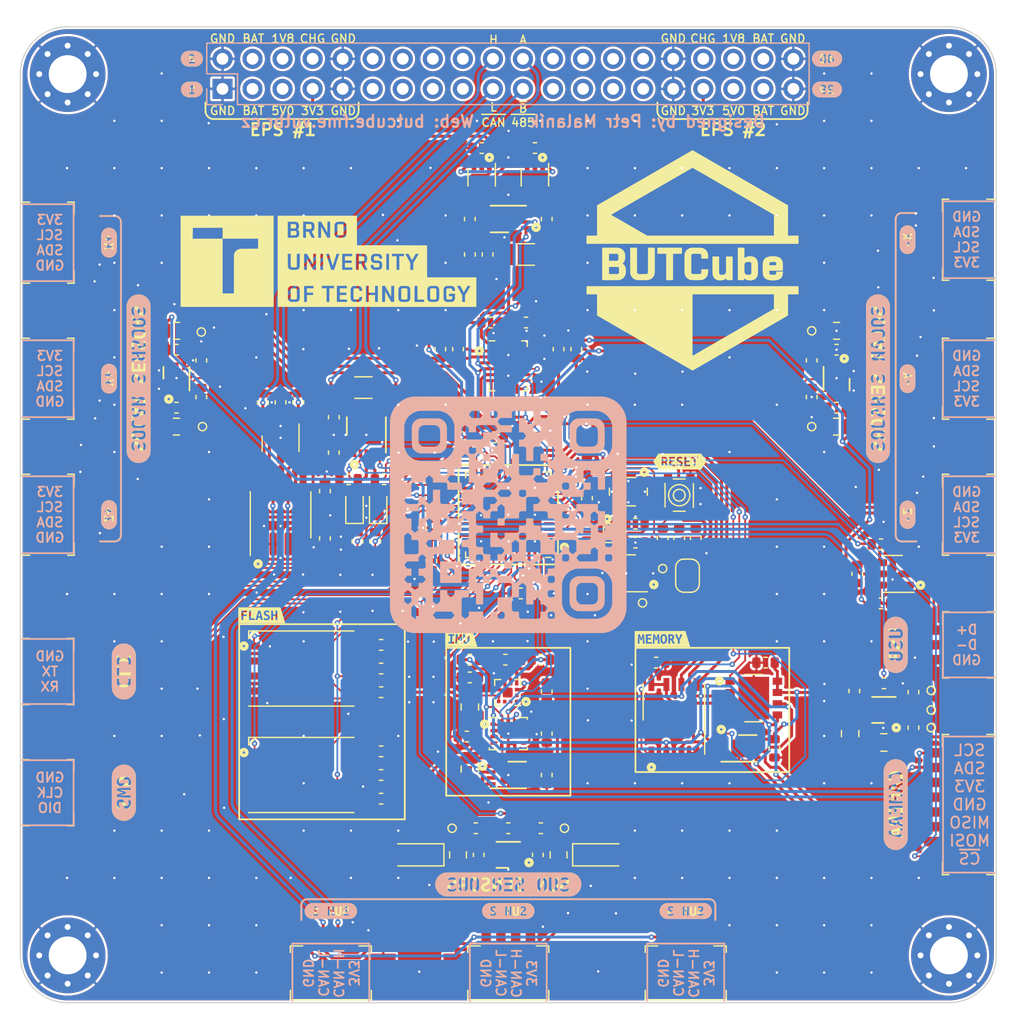
<source format=kicad_pcb>
(kicad_pcb (version 20211014) (generator pcbnew)

  (general
    (thickness 1)
  )

  (paper "A4")
  (title_block
    (title "BUTCube - Flight controller")
    (date "2022-05-26")
    (rev "v1.0")
    (comment 1 "Author: Petr Malaník")
  )

  (layers
    (0 "F.Cu" mixed)
    (31 "B.Cu" mixed)
    (36 "B.SilkS" user "B.Silkscreen")
    (37 "F.SilkS" user "F.Silkscreen")
    (38 "B.Mask" user)
    (39 "F.Mask" user)
    (40 "Dwgs.User" user "User.Drawings")
    (41 "Cmts.User" user "User.Comments")
    (42 "Eco1.User" user "User.Eco1")
    (43 "Eco2.User" user "User.Eco2")
    (44 "Edge.Cuts" user)
    (45 "Margin" user)
    (46 "B.CrtYd" user "B.Courtyard")
    (47 "F.CrtYd" user "F.Courtyard")
    (48 "B.Fab" user)
    (49 "F.Fab" user)
  )

  (setup
    (stackup
      (layer "F.SilkS" (type "Top Silk Screen") (color "White"))
      (layer "F.Paste" (type "Top Solder Paste"))
      (layer "F.Mask" (type "Top Solder Mask") (color "Blue") (thickness 0.01))
      (layer "F.Cu" (type "copper") (thickness 0.035))
      (layer "dielectric 1" (type "core") (thickness 0.91) (material "FR4") (epsilon_r 4.5) (loss_tangent 0.02))
      (layer "B.Cu" (type "copper") (thickness 0.035))
      (layer "B.Mask" (type "Bottom Solder Mask") (color "Blue") (thickness 0.01))
      (layer "B.Paste" (type "Bottom Solder Paste"))
      (layer "B.SilkS" (type "Bottom Silk Screen") (color "White"))
      (copper_finish "ENIG")
      (dielectric_constraints no)
    )
    (pad_to_mask_clearance 0)
    (pcbplotparams
      (layerselection 0x00010f0_ffffffff)
      (disableapertmacros false)
      (usegerberextensions true)
      (usegerberattributes true)
      (usegerberadvancedattributes true)
      (creategerberjobfile false)
      (svguseinch false)
      (svgprecision 6)
      (excludeedgelayer true)
      (plotframeref false)
      (viasonmask false)
      (mode 1)
      (useauxorigin false)
      (hpglpennumber 1)
      (hpglpenspeed 20)
      (hpglpendiameter 15.000000)
      (dxfpolygonmode true)
      (dxfimperialunits true)
      (dxfusepcbnewfont true)
      (psnegative false)
      (psa4output false)
      (plotreference true)
      (plotvalue true)
      (plotinvisibletext false)
      (sketchpadsonfab false)
      (subtractmaskfromsilk false)
      (outputformat 1)
      (mirror false)
      (drillshape 0)
      (scaleselection 1)
      (outputdirectory "gerbers")
    )
  )

  (net 0 "")
  (net 1 "Net-(C1-Pad1)")
  (net 2 "GND")
  (net 3 "+3V3")
  (net 4 "/MCU/VREF")
  (net 5 "/Camera/CAMERA_PWR")
  (net 6 "/External_sensors/SUN_PWR")
  (net 7 "Net-(C25-Pad1)")
  (net 8 "/Power/EPS#1_3V3")
  (net 9 "/Power/EPS#2_3V3")
  (net 10 "Net-(D1-Pad1)")
  (net 11 "Net-(D2-Pad1)")
  (net 12 "/External_sensors/CAN.L")
  (net 13 "Net-(J1-Pad2)")
  (net 14 "Net-(J1-Pad3)")
  (net 15 "/MCU/DBG_TX")
  (net 16 "/MCU/DBG_RX")
  (net 17 "/MCU/SWCLK")
  (net 18 "/MCU/SWDIO")
  (net 19 "/Camera/~{CS}")
  (net 20 "/Camera/SPI.MOSI")
  (net 21 "/Camera/SPI.MISO")
  (net 22 "/Camera/SPI.SCK")
  (net 23 "/Camera/I2C.SDA")
  (net 24 "/Camera/I2C.SCL")
  (net 25 "/External_sensors/MUX_1_PWR")
  (net 26 "Net-(J5-Pad2)")
  (net 27 "Net-(J5-Pad3)")
  (net 28 "/External_sensors/MUX_2_PWR")
  (net 29 "Net-(J10-Pad2)")
  (net 30 "Net-(J10-Pad3)")
  (net 31 "/External_sensors/CAN.H")
  (net 32 "unconnected-(J14-Pad3)")
  (net 33 "unconnected-(J14-Pad4)")
  (net 34 "unconnected-(J14-Pad5)")
  (net 35 "unconnected-(J14-Pad6)")
  (net 36 "unconnected-(J14-Pad8)")
  (net 37 "unconnected-(J14-Pad11)")
  (net 38 "unconnected-(J14-Pad12)")
  (net 39 "unconnected-(J14-Pad13)")
  (net 40 "unconnected-(J14-Pad14)")
  (net 41 "unconnected-(J14-Pad15)")
  (net 42 "unconnected-(J14-Pad16)")
  (net 43 "unconnected-(J14-Pad17)")
  (net 44 "unconnected-(J14-Pad18)")
  (net 45 "/MCU/RS_485.~{B}")
  (net 46 "/MCU/RS_485.A")
  (net 47 "unconnected-(J14-Pad23)")
  (net 48 "unconnected-(J14-Pad24)")
  (net 49 "unconnected-(J14-Pad25)")
  (net 50 "unconnected-(J14-Pad26)")
  (net 51 "unconnected-(J14-Pad27)")
  (net 52 "unconnected-(J14-Pad28)")
  (net 53 "unconnected-(J14-Pad29)")
  (net 54 "unconnected-(J14-Pad30)")
  (net 55 "unconnected-(J14-Pad34)")
  (net 56 "unconnected-(J14-Pad35)")
  (net 57 "unconnected-(J14-Pad36)")
  (net 58 "unconnected-(J14-Pad37)")
  (net 59 "unconnected-(J14-Pad38)")
  (net 60 "Net-(JP1-Pad1)")
  (net 61 "/MCU/NRST")
  (net 62 "/External_sensors/MUX_1_EN")
  (net 63 "Net-(NT1-Pad2)")
  (net 64 "/External_sensors/SUN_SENSOR_EN")
  (net 65 "/MCU/POWER_STATUS")
  (net 66 "Net-(NT4-Pad1)")
  (net 67 "Net-(R3-Pad1)")
  (net 68 "/MCU/USB_D-")
  (net 69 "Net-(R4-Pad1)")
  (net 70 "/MCU/USB_D+")
  (net 71 "Net-(R5-Pad1)")
  (net 72 "/MCU/VBAT")
  (net 73 "/MCU/VDDUSB")
  (net 74 "/MCU/LED1")
  (net 75 "/MCU/LED2")
  (net 76 "/MCU/CAN_RS")
  (net 77 "/MCU/RS_485_R_EN")
  (net 78 "/MCU/RS_485_T_EN")
  (net 79 "/Camera/ENABLE")
  (net 80 "Net-(R17-Pad1)")
  (net 81 "/External_sensors/~{FAULT}")
  (net 82 "Net-(R19-Pad1)")
  (net 83 "Net-(R24-Pad1)")
  (net 84 "Net-(R26-Pad1)")
  (net 85 "Net-(R27-Pad2)")
  (net 86 "Net-(R29-Pad2)")
  (net 87 "Net-(R30-Pad1)")
  (net 88 "Net-(R31-Pad1)")
  (net 89 "Net-(R32-Pad1)")
  (net 90 "Net-(R33-Pad1)")
  (net 91 "Net-(R34-Pad1)")
  (net 92 "Net-(TP4-Pad1)")
  (net 93 "Net-(TP8-Pad1)")
  (net 94 "Net-(TP10-Pad1)")
  (net 95 "Net-(TP11-Pad1)")
  (net 96 "unconnected-(U1-Pad3)")
  (net 97 "/MCU/WDG_RESET")
  (net 98 "/MCU/LSE")
  (net 99 "/External_sensors/MUX_2_EN")
  (net 100 "/MCU/HSE")
  (net 101 "/MCU/EEPROM_~{CS}")
  (net 102 "/MCU/MRAM_~{CS}")
  (net 103 "/MCU/FRAM_~{CS}")
  (net 104 "/IMU/GYRO&ACC_~{CS}")
  (net 105 "/IMU/MAGNETO_~{CS}")
  (net 106 "/MCU/RS_485_R")
  (net 107 "/MCU/RS_485_T")
  (net 108 "/MCU/CAN_RX")
  (net 109 "/MCU/CAN_TX")
  (net 110 "/Flash/SPI_MEM.SCK")
  (net 111 "/Flash/SPI_MEM.MISO")
  (net 112 "/Flash/SPI_MEM.MOSI")
  (net 113 "/Flash/BANK_1_~{CS}")
  (net 114 "/Flash/BANK_2_~{CS}")
  (net 115 "unconnected-(U5-Pad7)")
  (net 116 "unconnected-(U8-Pad11)")
  (net 117 "unconnected-(U8-Pad12)")
  (net 118 "unconnected-(U8-Pad15)")
  (net 119 "unconnected-(U8-Pad16)")
  (net 120 "unconnected-(U10-Pad3)")
  (net 121 "unconnected-(U12-Pad3)")
  (net 122 "unconnected-(U13-Pad2)")
  (net 123 "unconnected-(U13-Pad3)")
  (net 124 "unconnected-(U13-Pad4)")
  (net 125 "unconnected-(U13-Pad9)")
  (net 126 "unconnected-(U13-Pad10)")
  (net 127 "unconnected-(U13-Pad11)")
  (net 128 "unconnected-(U14-Pad2)")
  (net 129 "unconnected-(U14-Pad7)")
  (net 130 "unconnected-(U14-Pad11)")
  (net 131 "unconnected-(U14-Pad12)")
  (net 132 "unconnected-(X1-Pad1)")
  (net 133 "Net-(R25-Pad2)")
  (net 134 "unconnected-(U18-Pad4)")
  (net 135 "unconnected-(U19-Pad4)")

  (footprint "TCY_passives:R_0603_1608Metric" (layer "F.Cu") (at 178.5 111.5 180))

  (footprint "LOGO" (layer "F.Cu") (at 131.55 75.825))

  (footprint "kibuzzard-6298BF88" (layer "F.Cu") (at 125.91 105.75))

  (footprint "Resistor_SMD:R_1206_3216Metric" (layer "F.Cu") (at 134.5 86.5 180))

  (footprint "Package_TO_SOT_SMD:SOT-363_SC-70-6" (layer "F.Cu") (at 149 68.75 -90))

  (footprint "LED_SMD:LED_0603_1608Metric" (layer "F.Cu") (at 133.75 96.5 90))

  (footprint "TCY_passives:R_0603_1608Metric" (layer "F.Cu") (at 136 121.25))

  (footprint "TCY_passives:R_0603_1608Metric" (layer "F.Cu") (at 144 123.75 180))

  (footprint "TCY_connectors:TestPoint_Pad_D0.5mm" (layer "F.Cu") (at 159.8 101.8))

  (footprint "Capacitor_SMD:C_0805_2012Metric" (layer "F.Cu") (at 143.5 113.5 -90))

  (footprint "TCY_passives:C_0603_1608Metric" (layer "F.Cu") (at 136 108.25))

  (footprint "TCY_passives:R_0603_1608Metric" (layer "F.Cu") (at 133.25 94.25 180))

  (footprint "kibuzzard-62AAE219" (layer "F.Cu") (at 120 58.7))

  (footprint "TCY_passives:R_0603_1608Metric" (layer "F.Cu") (at 126 87.775 90))

  (footprint "TCY_passives:R_0603_1608Metric" (layer "F.Cu") (at 146.75 123.75 180))

  (footprint "TCY_connectors:Amphenol_10114830-11104LF_1x04_P1.25mm_Horizontal" (layer "F.Cu") (at 107.75 74.25 -90))

  (footprint "TCY_connectors:TestPoint_Pad_D0.5mm" (layer "F.Cu") (at 182.5 112.1))

  (footprint "Package_DFN_QFN:DFN-6-1EP_2x2mm_P0.65mm_EP1x1.6mm" (layer "F.Cu") (at 118.7 85.75 90))

  (footprint "TCY_passives:C_0603_1608Metric" (layer "F.Cu") (at 148.25 81 180))

  (footprint "TCY_passives:C_0603_1608Metric" (layer "F.Cu") (at 140.25 101.15 -90))

  (footprint "Package_TO_SOT_SMD:SOT-363_SC-70-6" (layer "F.Cu") (at 144.5 68.75 -90))

  (footprint "TCY_connectors:TestPoint_Pad_D0.5mm" (layer "F.Cu") (at 172.4 81.7))

  (footprint "Package_DFN_QFN:DFN-8-1EP_3x2mm_P0.5mm_EP1.3x1.5mm" (layer "F.Cu") (at 146.75 119.25))

  (footprint "TCY_passives:C_0603_1608Metric" (layer "F.Cu") (at 149.25 126 90))

  (footprint "TCY_connectors:Amphenol_10114830-11104LF_1x04_P1.25mm_Horizontal" (layer "F.Cu") (at 146.75 136))

  (footprint "TCY_passives:C_0603_1608Metric" (layer "F.Cu") (at 169.25 117 -90))

  (footprint "TCY_passives:R_0603_1608Metric" (layer "F.Cu") (at 143.5 72.25 90))

  (footprint "TCY_passives:C_0603_1608Metric" (layer "F.Cu") (at 150 115.75 -90))

  (footprint "TCY_connectors:Amphenol_10114830-11103LF_1x03_P1.25mm_Horizontal" (layer "F.Cu") (at 110.03 120.75 -90))

  (footprint "TCY_passives:R_0603_1608Metric" (layer "F.Cu") (at 120.8 84.2 90))

  (footprint "TCY_passives:C_0603_1608Metric" (layer "F.Cu") (at 132 92 90))

  (footprint "TCY_passives:R_0603_1608Metric" (layer "F.Cu") (at 134 99.5 -90))

  (footprint "TCY_passives:R_0603_1608Metric" (layer "F.Cu") (at 178.25 99.75 180))

  (footprint "LOGO" (layer "F.Cu")
    (tedit 0) (tstamp 2883e41b-2922-4677-b0d6-085b411a1f3f)
    (at 162.325 75.75)
    (attr board_only exclude_from_pos_files exclude_from_bom)
    (fp_text reference "G***" (at 0 0) (layer "F.SilkS") hide
      (effects (font (size 1.524 1.524) (thickness 0.3)))
      (tstamp 6f8af25d-7e3d-46bd-a141-8f7c34b16419)
    )
    (fp_text value "LOGO" (at 0.75 0) (layer "F.SilkS") hide
      (effects (font (size 1.524 1.524) (thickness 0.3)))
      (tstamp ccd7cf9b-3441-4c32-849c-f734fd2aa04f)
    )
    (fp_poly (pts
        (xy -0.896827 -1.078522)
        (xy -0.895623 -0.818791)
        (xy -0.894419 -0.559061)
        (xy -1.644552 -0.559061)
        (xy -1.6469 1.670195)
        (xy -1.936913 1.671394)
        (xy -2.226926 1.672594)
        (xy -2.226926 -0.559061)
        (xy -2.976999 -0.559061)
        (xy -2.976999 -1.080872)
      ) (layer "F.SilkS") (width 0) (fill solid) (tstamp 14eadd09-5f92-4b47-b16a-cca2ea322676))
    (fp_poly (pts
        (xy -6.69942 -1.080163)
        (xy -6.634032 -1.079993)
        (xy -6.57552 -1.079705)
        (xy -6.523399 -1.079287)
        (xy -6.477179 -1.078729)
        (xy -6.436372 -1.07802)
        (xy -6.400491 -1.077149)
        (xy -6.369047 -1.076106)
        (xy -6.341552 -1.07488)
        (xy -6.317519 -1.07346)
        (xy -6.296459 -1.071835)
        (xy -6.277885 -1.069994)
        (xy -6.261308 -1.067928)
        (xy -6.246241 -1.065624)
        (xy -6.232195 -1.063073)
        (xy -6.226541 -1.061937)
        (xy -6.148163 -1.0414)
        (xy -6.074674 -1.013205)
        (xy -6.006389 -0.977547)
        (xy -5.943623 -0.934618)
        (xy -5.886692 -0.884614)
        (xy -5.835911 -0.827727)
        (xy -5.826908 -0.816056)
        (xy -5.78676 -0.756212)
        (xy -5.753548 -0.692187)
        (xy -5.726798 -0.622904)
        (xy -5.706034 -0.547287)
        (xy -5.703601 -0.53624)
        (xy -5.700276 -0.520454)
        (xy -5.697595 -0.506552)
        (xy -5.695488 -0.493297)
        (xy -5.693883 -0.479451)
        (xy -5.692713 -0.463777)
        (xy -5.691905 -0.445037)
        (xy -5.691391 -0.421994)
        (xy -5.691099 -0.39341)
        (xy -5.69096 -0.358049)
        (xy -5.690904 -0.314673)
        (xy -5.690902 -0.312142)
        (xy -5.690934 -0.265937)
        (xy -5.691138 -0.227891)
        (xy -5.691558 -0.196848)
        (xy -5.692239 -0.171651)
        (xy -5.693225 -0.151144)
        (xy -5.69456 -0.134169)
        (xy -5.69629 -0.11957)
        (xy -5.698458 -0.106189)
        (xy -5.698905 -0.103782)
        (xy -5.717657 -0.027406)
        (xy -5.744001 0.043584)
        (xy -5.777969 0.109251)
        (xy -5.819594 0.169654)
        (xy -5.868908 0.224855)
        (xy -5.874346 0.230171)
        (xy -5.889113 0.244967)
        (xy -5.90055 0.257467)
        (xy -5.90746 0.26629)
        (xy -5.908783 0.269976)
        (xy -5.903647 0.273913)
        (xy -5.892888 0.282048)
        (xy -5.878342 0.292995)
        (xy -5.86912 0.299917)
        (xy -5.816511 0.344992)
        (xy -5.769056 0.397032)
        (xy -5.72774 0.454666)
        (xy -5.693547 0.516527)
        (xy -5.668047 0.579487)
        (xy -5.659777 0.605026)
        (xy -5.653036 0.628187)
        (xy -5.64765 0.650379)
        (xy -5.643444 0.673014)
        (xy -5.640246 0.697503)
        (xy -5.637879 0.725258)
        (xy -5.636171 0.757689)
        (xy -5.634948 0.796207)
        (xy -5.634035 0.842224)
        (xy -5.633805 0.85711)
        (xy -5.633203 0.916343)
        (xy -5.633293 0.966463)
        (xy -5.634076 1.007652)
        (xy -5.635557 1.04009)
        (xy -5.637192 1.059381)
        (xy -5.650377 1.140351)
        (xy -5.671466 1.217247)
        (xy -5.700207 1.289642)
        (xy -5.736351 1.357106)
        (xy -5.779647 1.41921)
        (xy -5.829845 1.475525)
        (xy -5.886696 1.525622)
        (xy -5.92532 1.553469)
        (xy -5.989056 1.591051)
        (xy -6.056279 1.621073)
        (xy -6.127792 1.643794)
        (xy -6.204398 1.659473)
        (xy -6.27973 1.667879)
        (xy -6.292808 1.668478)
        (xy -6.314699 1.669049)
        (xy -6.344899 1.669588)
        (xy -6.382902 1.670091)
        (xy -6.428203 1.670556)
        (xy -6.480299 1.670978)
        (xy -6.538684 1.671355)
        (xy -6.602854 1.671684)
        (xy -6.672304 1.67196)
        (xy -6.746529 1.672182)
        (xy -6.825024 1.672345)
        (xy -6.907286 1.672447)
        (xy -6.989572 1.672483)
        (xy -7.083494 1.672474)
        (xy -7.168487 1.672431)
        (xy -7.244939 1.67235)
        (xy -7.313238 1.67223)
        (xy -7.373772 1.672065)
        (xy -7.426931 1.671853)
        (xy -7.473101 1.67159)
        (xy -7.512672 1.671272)
        (xy -7.546031 1.670897)
        (xy -7.573567 1.67046)
        (xy -7.595668 1.669959)
        (xy -7.612723 1.669389)
        (xy -7.625119 1.668748)
        (xy -7.633246 1.668031)
        (xy -7.637491 1.667236)
        (xy -7.638344 1.6667)
        (xy -7.638521 1.66162)
        (xy -7.638687 1.647588)
        (xy -7.638841 1.624969)
        (xy -7.638982 1.594131)
        (xy -7.639111 1.555438)
        (xy -7.639227 1.509257)
        (xy -7.63933 1.455953)
        (xy -7.63942 1.395892)
        (xy -7.639496 1.32944)
        (xy -7.639558 1.256963)
        (xy -7.639606 1.178827)
        (xy -7.639617 1.150952)
        (xy -7.058144 1.150952)
        (xy -6.324376 1.148404)
        (xy -6.29835 1.136199)
        (xy -6.266731 1.116658)
        (xy -6.241989 1.090857)
        (xy -6.228536 1.068714)
        (xy -6.217223 1.04591)
        (xy -6.217223 0.840921)
        (xy -6.217245 0.791591)
        (xy -6.217332 0.750702)
        (xy -6.21752 0.71738)
        (xy -6.217842 0.690747)
        (xy -6.218332 0.669928)
        (xy -6.219026 0.654048)
        (xy -6.219958 0.64223)
        (xy -6.221161 0.633598)
        (xy -6.22267 0.627277)
        (xy -6.224519 0.622391)
        (xy -6.225889 0.619626)
        (xy -6.243966 0.59387)
        (xy -6.267432 0.572793)
        (xy -6.292914 0.559031)
        (xy -6.297699 0.557338)
        (xy -6.302821 0.555864)
        (xy -6.308925 0.554594)
        (xy -6.316656 0.553513)
        (xy -6.326659 0.552605)
        (xy -6.339579 0.551856)
        (xy -6.356061 0.551251)
        (xy -6.376751 0.550773)
        (xy -6.402293 0.550408)
        (xy -6.433333 0.550141)
        (xy -6.470515 0.549957)
        (xy -6.514485 0.54984)
        (xy -6.565887 0.549776)
        (xy -6.625367 0.549749)
        (xy -6.687941 0.549743)
        (xy -7.058144 0.549743)
        (xy -7.058144 1.150952)
        (xy -7.639617 1.150952)
        (xy -7.639639 1.095397)
        (xy -7.639658 1.007039)
        (xy -7.639661 0.914119)
        (xy -7.63965 0.817004)
        (xy -7.639623 0.716058)
        (xy -7.63958 0.611648)
        (xy -7.639521 0.504139)
        (xy -7.639446 0.393898)
        (xy -7.639362 0.291178)
        (xy -7.638622 -0.559351)
        (xy -7.058144 -0.559351)
        (xy -7.058144 0.027953)
        (xy -6.718584 0.027953)
        (xy -6.653601 0.027938)
        (xy -6.597263 0.027884)
        (xy -6.548897 0.027775)
        (xy -6.50783 0.027596)
        (xy -6.473388 0.027334)
        (xy -6.4449 0.026973)
        (xy -6.421692 0.026498)
        (xy -6.403091 0.025894)
        (xy -6.388424 0.025147)
        (xy -6.377019 0.024243)
        (xy -6.368201 0.023165)
        (xy -6.3613 0.021899)
        (xy -6.35564 0.020431)
        (xy -6.354029 0.019931)
        (xy -6.327852 0.007152)
        (xy -6.304535 -0.012409)
        (xy -6.286469 -0.036405)
        (xy -6.278257 -0.054495)
        (xy -6.276261 -0.06138)
        (xy -6.274649 -0.069446)
        (xy -6.27339 -0.079652)
        (xy -6.272455 -0.092955)
        (xy -6.271813 -0.110313)
        (xy -6.271436 -0.132684)
        (xy -6.271292 -0.161028)
        (xy -6.271354 -0.1963)
        (xy -6.271591 -0.239461)
        (xy -6.271762 -0.263871)
        (xy -6.272117 -0.310384)
        (xy -6.272469 -0.348543)
        (xy -6.272873 -0.379313)
        (xy -6.273385 -0.403656)
        (xy -6.274061 -0.422537)
        (xy -6.274957 -0.43692)
        (xy -6.276128 -0.447769)
        (xy -6.27763 -0.456046)
        (xy -6.279519 -0.462717)
        (xy -6.281851 -0.468746)
        (xy -6.283882 -0.473333)
        (xy -6.300678 -0.500539)
        (xy -6.324092 -0.524754)
        (xy -6.351432 -0.5433)
        (xy -6.356988 -0.546026)
        (xy -6.380283 -0.556731)
        (xy -6.719213 -0.558041)
        (xy -7.058144 -0.559351)
        (xy -7.638622 -0.559351)
        (xy -7.63817 -1.078522)
        (xy -7.039509 -1.079872)
        (xy -6.94173 -1.080069)
        (xy -6.852781 -1.08019)
        (xy -6.772174 -1.080225)
      ) (layer "F.SilkS") (width 0) (fill solid) (tstamp 1aa8a8a9-b0db-41e3-bdbf-c422aa8d7e5b))
    (fp_poly (pts
        (xy 6.893303 -0.353122)
        (xy 6.974629 -0.348186)
        (xy 7.049256 -0.33974)
        (xy 7.118223 -0.327589)
        (xy 7.18257 -0.311537)
        (xy 7.243338 -0.291388)
        (xy 7.301568 -0.266947)
        (xy 7.321167 -0.257528)
        (xy 7.384356 -0.221366)
        (xy 7.440552 -0.179048)
        (xy 7.489756 -0.130571)
        (xy 7.531968 -0.075937)
        (xy 7.567188 -0.015143)
        (xy 7.595416 0.051809)
        (xy 7.616653 0.12492)
        (xy 7.630899 0.204191)
        (xy 7.635702 0.249769)
        (xy 7.636579 0.265312)
        (xy 7.637405 0.289129)
        (xy 7.638163 0.320176)
        (xy 7.638841 0.35741)
        (xy 7.639423 0.399786)
        (xy 7.639894 0.446262)
        (xy 7.640239 0.495792)
        (xy 7.640445 0.547334)
        (xy 7.640499 0.59002)
        (xy 7.640499 0.871203)
        (xy 6.493696 0.871203)
        (xy 6.495523 0.98418)
        (xy 6.496318 1.024255)
        (xy 6.497423 1.056306)
        (xy 6.499079 1.081628)
        (xy 6.501527 1.101512)
        (xy 6.505009 1.117255)
        (xy 6.509766 1.130148)
        (xy 6.516039 1.141486)
        (xy 6.52407 1.152563)
        (xy 6.527773 1.157143)
        (xy 6.552794 1.180623)
        (xy 6.583895 1.197466)
        (xy 6.606301 1.204693)
        (xy 6.615181 1.206598)
        (xy 6.626011 1.208111)
        (xy 6.639785 1.209261)
        (xy 6.657498 1.210075)
        (xy 6.680146 1.210582)
        (xy 6.708722 1.21081)
        (xy 6.744222 1.210787)
        (xy 6.787641 1.210541)
        (xy 6.807695 1.210385)
        (xy 6.855852 1.209957)
        (xy 6.895657 1.209433)
        (xy 6.928072 1.208651)
        (xy 6.954063 1.207444)
        (xy 6.974594 1.205648)
        (xy 6.990629 1.203099)
        (xy 7.003132 1.199634)
        (xy 7.013068 1.195086)
        (xy 7.021401 1.189292)
        (xy 7.029096 1.182087)
        (xy 7.037116 1.173307)
        (xy 7.039235 1.170904)
        (xy 7.050411 1.15716)
        (xy 7.058943 1.143569)
        (xy 7.065224 1.128542)
        (xy 7.069646 1.110494)
        (xy 7.072601 1.087837)
        (xy 7.074483 1.058985)
        (xy 7.07565 1.02378)
        (xy 7.077684 0.941086)
        (xy 7.641973 0.941086)
        (xy 7.638894 1.028439)
        (xy 7.634984 1.09958)
        (xy 7.628426 1.162939)
        (xy 7.618998 1.219731)
        (xy 7.606477 1.271169)
        (xy 7.590644 1.318469)
        (xy 7.582268 1.338985)
        (xy 7.552309 1.39863)
        (xy 7.516395 1.452392)
        (xy 7.474266 1.500432)
        (xy 7.425664 1.542912)
        (xy 7.370332 1.579995)
        (xy 7.308011 1.61184)
        (xy 7.238443 1.63861)
        (xy 7.161368 1.660467)
        (xy 7.07653 1.677572)
        (xy 7.029829 1.684566)
        (xy 7.012329 1.6863)
        (xy 6.987153 1.687961)
        (xy 6.955893 1.689512)
        (xy 6.920138 1.690918)
        (xy 6.881478 1.692141)
        (xy 6.841505 1.693145)
        (xy 6.801809 1.693893)
        (xy 6.763979 1.694349)
        (xy 6.729607 1.694476)
        (xy 6.700282 1.694237)
        (xy 6.677595 1.693597)
        (xy 6.666801 1.692916)
        (xy 6.597713 1.685893)
        (xy 6.536378 1.67785)
        (xy 6.48126 1.668504)
        (xy 6.430822 1.657573)
        (xy 6.38353 1.644777)
        (xy 6.354878 1.635703)
        (xy 6.292556 1.612555)
        (xy 6.237724 1.587007)
        (xy 6.18866 1.558064)
        (xy 6.143642 1.52473)
        (xy 6.107909 1.492813)
        (xy 6.06418 1.445515)
        (xy 6.027181 1.394161)
        (xy 5.996636 1.338096)
        (xy 5.972272 1.276667)
        (xy 5.953812 1.20922)
        (xy 5.940982 1.135103)
        (xy 5.935555 1.083329)
        (xy 5.934662 1.067245)
        (xy 5.933863 1.042792)
        (xy 5.933158 1.010917)
        (xy 5.932549 0.972569)
        (xy 5.932034 0.928696)
        (xy 5.931614 0.880245)
        (xy 5.93129 0.828165)
        (xy 5.931061 0.773404)
        (xy 5.930927 0.716908)
        (xy 5.930889 0.659628)
        (xy 5.930947 0.602509)
        (xy 5.931101 0.546501)
        (xy 5.931351 0.492551)
        (xy 5.931698 0.441607)
        (xy 5.932039 0.405319)
        (xy 6.493519 0.405319)
        (xy 7.076779 0.405319)
        (xy 7.076724 0.329613)
        (xy 7.0757 0.284734)
        (xy 7.072439 0.247891)
        (xy 7.066547 0.217983)
        (xy 7.057633 0.193912)
        (xy 7.045304 0.17458)
        (xy 7.029167 0.158889)
        (xy 7.011555 0.147248)
        (xy 6.985932 0.132777)
        (xy 6.797249 0.132777)
        (xy 6.746789 0.132805)
        (xy 6.704706 0.132981)
        (xy 6.670058 0.133447)
        (xy 6.641904 0.134342)
        (xy 6.619304 0.135806)
        (xy 6.601315 0.137979)
        (xy 6.586997 0.141001)
        (xy 6.575409 0.145013)
        (xy 6.565609 0.150154)
        (xy 6.556657 0.156565)
        (xy 6.54761 0.164386)
        (xy 6.54048 0.170997)
        (xy 6.526454 0.185193)
        (xy 6.515736 0.199207)
        (xy 6.507855 0.214615)
        (xy 6.502342 0.232991)
        (xy 6.498728 0.25591)
        (xy 6.496544 0.284949)
        (xy 6.49532 0.321681)
        (xy 6.495299 0.322625)
        (xy 6.493519 0.405319)
        (xy 5.932039 0.405319)
        (xy 5.93214 0.394618)
        (xy 5.932679 0.35253)
        (xy 5.933315 0.316293)
        (xy 5.934048 0.286854)
        (xy 5.934878 0.265161)
        (xy 5.935424 0.256236)
        (xy 5.945408 0.174054)
        (xy 5.962196 0.098084)
        (xy 5.985857 0.028259)
        (xy 6.01646 -0.035493)
        (xy 6.054074 -0.093241)
        (xy 6.098768 -0.145055)
        (xy 6.150611 -0.191005)
        (xy 6.209671 -0.231161)
        (xy 6.276018 -0.265593)
        (xy 6.34972 -0.294372)
        (xy 6.430846 -0.317566)
        (xy 6.517718 -0.334962)
        (xy 6.565417 -0.342016)
        (xy 6.612372 -0.347355)
        (xy 6.660795 -0.351133)
        (xy 6.7129 -0.353501)
        (xy 6.770899 -0.354612)
        (xy 6.804237 -0.354744)
      ) (layer "F.SilkS") (width 0) (fill solid) (tstamp 1e16548c-1079-4704-85fb-bb280d14bba8))
    (fp_poly (pts
        (xy 0.033745 -9.299082)
        (xy 0.039277 -9.295892)
        (xy 0.052704 -9.288143)
        (xy 0.073854 -9.275936)
        (xy 0.102553 -9.259371)
        (xy 0.138628 -9.238547)
        (xy 0.181906 -9.213566)
        (xy 0.232212 -9.184526)
        (xy 0.289374 -9.151529)
        (xy 0.353217 -9.114674)
        (xy 0.423569 -9.074061)
        (xy 0.500257 -9.029791)
        (xy 0.583106 -8.981964)
        (xy 0.671944 -8.930679)
        (xy 0.766596 -8.876037)
        (xy 0.86689 -8.818139)
        (xy 0.972652 -8.757083)
        (xy 1.083708 -8.69297)
        (xy 1.199886 -8.625901)
        (xy 1.321012 -8.555976)
        (xy 1.446912 -8.483294)
        (xy 1.577412 -8.407955)
        (xy 1.712341 -8.330061)
        (xy 1.851523 -8.24971)
        (xy 1.994786 -8.167004)
        (xy 2.141956 -8.082042)
        (xy 2.29286 -7.994924)
        (xy 2.447324 -7.90575)
        (xy 2.605175 -7.814621)
        (xy 2.76624 -7.721637)
        (xy 2.930344 -7.626897)
        (xy 3.097316 -7.530503)
        (xy 3.26698 -7.432553)
        (xy 3.439165 -7.333149)
        (xy 3.613695 -7.23239)
        (xy 3.790399 -7.130376)
        (xy 3.969102 -7.027208)
        (xy 4.070662 -6.968575)
        (xy 8.073771 -4.65751)
        (xy 8.073771 -2.096478)
        (xy 8.96361 -2.096478)
        (xy 8.96361 -1.402311)
        (xy -8.96361 -1.402311)
        (xy -8.96361 -2.096478)
        (xy -8.073771 -2.096478)
        (xy -8.073771 -3.858277)
        (xy -6.877323 -3.858277)
        (xy -6.873568 -3.85575)
        (xy -6.862019 -3.848729)
        (xy -6.842954 -3.837374)
        (xy -6.81665 -3.821847)
        (xy -6.783385 -3.802308)
        (xy -6.743436 -3.778919)
        (xy -6.69708 -3.751841)
        (xy -6.644595 -3.721235)
        (xy -6.586259 -3.687263)
        (xy -6.522348 -3.650085)
        (xy -6.453141 -3.609862)
        (xy -6.378914 -3.566756)
        (xy -6.299945 -3.520928)
        (xy -6.216511 -3.472539)
        (xy -6.128891 -3.421749)
        (xy -6.03736 -3.368721)
        (xy -5.942198 -3.313616)
        (xy -5.843681 -3.256594)
        (xy -5.742086 -3.197816)
        (xy -5.637691 -3.137444)
        (xy -5.530773 -3.075639)
        (xy -5.421611 -3.012562)
        (xy -5.358541 -2.97613)
        (xy -3.836555 -2.09707)
        (xy 1.522288 -2.096774)
        (xy 6.881132 -2.096478)
        (xy 6.879955 -2.977608)
        (xy 6.878778 -3.858737)
        (xy 3.442883 -5.842837)
        (xy 3.230439 -5.965507)
        (xy 3.024112 -6.084629)
        (xy 2.823968 -6.200164)
        (xy 2.630073 -6.312074)
        (xy 2.442493 -6.420321)
        (xy 2.261294 -6.524868)
        (xy 2.086543 -6.625675)
        (xy 1.918305 -6.722706)
        (xy 1.756646 -6.815922)
        (xy 1.601633 -6.905285)
        (xy 1.453332 -6.990757)
        (xy 1.311808 -7.0723)
        (xy 1.177129 -7.149876)
        (xy 1.04936 -7.223446)
        (xy 0.928566 -7.292974)
        (xy 0.814815 -7.358421)
        (xy 0.708173 -7.419748)
        (xy 0.608704 -7.476918)
        (xy 0.516477 -7.529893)
        (xy 0.431556 -7.578634)
        (xy 0.354007 -7.623104)
        (xy 0.283898 -7.663265)
        (xy 0.221293 -7.699079)
        (xy 0.16626 -7.730507)
        (xy 0.118863 -7.757511)
        (xy 0.07917 -7.780054)
        (xy 0.047247 -7.798097)
        (xy 0.023158 -7.811603)
        (xy 0.006972 -7.820533)
        (xy -0.001247 -7.82485)
        (xy -0.00233 -7.825277)
        (xy -0.006668 -7.822908)
        (xy -0.018849 -7.81601)
        (xy -0.038646 -7.804713)
        (xy -0.065834 -7.789147)
        (xy -0.100187 -7.769444)
        (xy -0.141478 -7.745734)
        (xy -0.189481 -7.718146)
        (xy -0.24397 -7.686813)
        (xy -0.30472 -7.651863)
        (xy -0.371503 -7.613428)
        (xy -0.444094 -7.571637)
        (xy -0.522267 -7.526622)
        (xy -0.605795 -7.478513)
        (xy -0.694453 -7.427441)
        (xy -0.788014 -7.373535)
        (xy -0.886253 -7.316927)
        (xy -0.988943 -7.257746)
        (xy -1.095858 -7.196123)
        (xy -1.206772 -7.132189)
        (xy -1.321458 -7.066075)
        (xy -1.439692 -6.99791)
        (xy -1.561246 -6.927825)
        (xy -1.685895 -6.85595)
        (xy -1.813412 -6.782417)
        (xy -1.943572 -6.707355)
        (xy -2.076148 -6.630895)
        (xy -2.210914 -6.553168)
        (xy -2.347644 -6.474303)
        (xy -2.486113 -6.394432)
        (xy -2.626093 -6.313684)
        (xy -2.767358 -6.232191)
        (xy -2.909684 -6.150083)
        (xy -3.052843 -6.067489)
        (xy -3.196609 -5.984542)
        (xy -3.340757 -5.90137)
        (xy -3.48506 -5.818106)
        (xy -3.629292 -5.734878)
        (xy -3.773227 -5.651818)
        (xy -3.916639 -5.569056)
        (xy -4.059302 -5.486722)
        (xy -4.200989 -5.404947)
        (xy -4.341475 -5.323862)
        (xy -4.480534 -5.243596)
        (xy -4.617939 -5.164281)
        (xy -4.753465 -5.086047)
        (xy -4.886884 -5.009024)
        (xy -5.017972 -4.933343)
        (xy -5.146502 -4.859134)
        (xy -5.272247 -4.786527)
        (xy -5.394983 -4.715654)
        (xy -5.514482 -4.646644)
        (xy -5.630518 -4.579628)
        (xy -5.742866 -4.514737)
        (xy -5.8513 -4.452101)
        (xy -5.955592 -4.391851)
        (xy -6.055518 -4.334116)
        (xy -6.150851 -4.279028)
        (xy -6.241365 -4.226716)
        (xy -6.326834 -4.177312)
        (xy -6.407032 -4.130946)
        (xy -6.481732 -4.087748)
        (xy -6.550708 -4.047848)
        (xy -6.613736 -4.011378)
        (xy -6.670587 -3.978468)
        (xy -6.721037 -3.949247)
        (xy -6.764859 -3.923847)
        (xy -6.801827 -3.902399)
        (xy -6.831714 -3.885032)
        (xy -6.854296 -3.871876)
        (xy -6.869345 -3.863064)
        (xy -6.876636 -3.858724)
        (xy -6.877323 -3.858277)
        (xy -8.073771 -3.858277)
        (xy -8.073771 -4.657345)
        (xy -4.036917 -6.987934)
        (xy -0.000063 -9.318522)
      ) (layer "F.SilkS") (width 0) (fill solid) (tstamp 419d365b-2e56-4f73-a9e3-02a67851f42f))
    (fp_poly (pts
        (xy 4.388628 -0.204779)
        (xy 4.424734 -0.229821)
        (xy 4.487611 -0.26883)
        (xy 4.553119 -0.30024)
        (xy 4.622083 -0.324289)
        (xy 4.695328 -0.341213)
        (xy 4.773675 -0.351249)
        (xy 4.85795 -0.354633)
        (xy 4.858986 -0.354635)
        (xy 4.916948 -0.35371)
        (xy 4.968082 -0.350626)
        (xy 5.014693 -0.345048)
        (xy 5.059091 -0.336641)
        (xy 5.103583 -0.32507)
        (xy 5.13838 -0.314121)
        (xy 5.206464 -0.286927)
        (xy 5.268153 -0.25303)
        (xy 5.323474 -0.212399)
        (xy 5.372452 -0.165)
        (xy 5.415113 -0.1108)
        (xy 5.451484 -0.049765)
        (xy 5.48159 0.018137)
        (xy 5.505458 0.092939)
        (xy 5.523113 0.174676)
        (xy 5.52361 0.177607)
        (xy 5.525059 0.187035)
        (xy 5.526337 0.197415)
        (xy 5.52746 0.209392)
        (xy 5.52844 0.223609)
        (xy 5.529292 0.240713)
        (xy 5.53003 0.261348)
        (xy 5.530669 0.286158)
        (xy 5.531223 0.315789)
        (xy 5.531705 0.350885)
        (xy 5.53213 0.392091)
        (xy 5.532513 0.440053)
        (xy 5.532867 0.495414)
        (xy 5.533206 0.55882)
        (xy 5.533536 0.628944)
        (xy 5.533864 0.718013)
        (xy 5.534004 0.797802)
        (xy 5.533958 0.868348)
        (xy 5.533724 0.929688)
        (xy 5.533302 0.981857)
        (xy 5.532692 1.024893)
        (xy 5.531894 1.05883)
        (xy 5.530907 1.083707)
        (xy 5.530181 1.094828)
        (xy 5.519495 1.180527)
        (xy 5.502062 1.259842)
        (xy 5.477928 1.332727)
        (xy 5.44714 1.399131)
        (xy 5.409742 1.459007)
        (xy 5.365781 1.512306)
        (xy 5.315301 1.55898)
        (xy 5.258349 1.59898)
        (xy 5.19497 1.632258)
        (xy 5.12521 1.658766)
        (xy 5.049115 1.678454)
        (xy 4.968654 1.691063)
        (xy 4.943325 1.693077)
        (xy 4.911578 1.694385)
        (xy 4.876119 1.69499)
        (xy 4.839656 1.694893)
        (xy 4.804894 1.694097)
        (xy 4.77454 1.692604)
        (xy 4.755162 1.690898)
        (xy 4.672889 1.677068)
        (xy 4.594634 1.655254)
        (xy 4.520863 1.625641)
        (xy 4.45204 1.58841)
        (xy 4.395132 1.548867)
        (xy 4.367663 1.527518)
        (xy 4.353687 1.598856)
        (xy 4.33971 1.670195)
        (xy 3.827238 1.670195)
        (xy 3.827238 0.826238)
        (xy 4.3892 0.826238)
        (xy 4.389392 0.869221)
        (xy 4.38985 0.90578)
        (xy 4.390625 0.93664)
        (xy 4.391767 0.962524)
        (xy 4.393327 0.984155)
        (xy 4.395355 1.002256)
        (xy 4.397903 1.017552)
        (xy 4.401019 1.030766)
        (xy 4.404756 1.042622)
        (xy 4.409163 1.053842)
        (xy 4.414292 1.065151)
        (xy 4.419333 1.075531)
        (xy 4.443175 1.113619)
        (xy 4.474132 1.146484)
        (xy 4.511112 1.173307)
        (xy 4.55302 1.19327)
        (xy 4.591288 1.20415)
        (xy 4.60918 1.206662)
        (xy 4.633685 1.208514)
        (xy 4.66316 1.209728)
        (xy 4.695964 1.210327)
        (xy 4.730454 1.210333)
        (xy 4.764987 1.209769)
        (xy 4.797923 1.208658)
        (xy 4.827618 1.207022)
        (xy 4.852431 1.204885)
        (xy 4.870719 1.202269)
        (xy 4.878713 1.200181)
        (xy 4.905848 1.185589)
        (xy 4.930598 1.164037)
        (xy 4.95044 1.137882)
        (xy 4.95558 1.128439)
        (xy 4.968654 1.101816)
        (xy 4.968654 0.23993)
        (xy 4.95662 0.214278)
        (xy 4.938003 0.183858)
        (xy 4.913504 0.16031)
        (xy 4.887152 0.144811)
        (xy 4.879129 0.141165)
        (xy 4.871636 0.138325)
        (xy 4.863391 0.136174)
        (xy 4.853113 0.134596)
        (xy 4.839519 0.133472)
        (xy 4.821328 0.132685)
        (xy 4.797258 0.132118)
        (xy 4.766027 0.131654)
        (xy 4.73996 0.131336)
        (xy 4.700119 0.130975)
        (xy 4.66827 0.130979)
        (xy 4.643092 0.131397)
        (xy 4.623262 0.13228)
        (xy 4.607461 0.13368)
        (xy 4.594366 0.135648)
        (xy 4.586686 0.137254)
        (xy 4.539432 0.152468)
        (xy 4.49817 0.174809)
        (xy 4.462885 0.204293)
        (xy 4.433561 0.240934)
        (xy 4.410181 0.284748)
        (xy 4.399771 0.312142)
        (xy 4.398078 0.317757)
        (xy 4.396615 0.324177)
        (xy 4.395361 0.332111)
        (xy 4.394296 0.34226
... [2623609 chars truncated]
</source>
